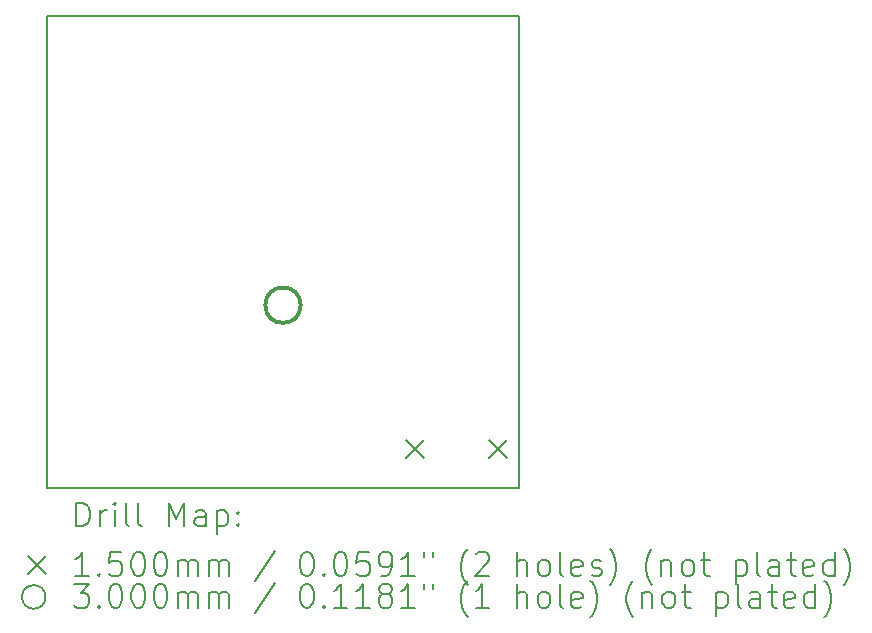
<source format=gbr>
%TF.GenerationSoftware,KiCad,Pcbnew,9.0.2*%
%TF.CreationDate,2025-07-09T02:38:07-04:00*%
%TF.ProjectId,FBT,4642542e-6b69-4636-9164-5f7063625858,rev?*%
%TF.SameCoordinates,Original*%
%TF.FileFunction,Drillmap*%
%TF.FilePolarity,Positive*%
%FSLAX45Y45*%
G04 Gerber Fmt 4.5, Leading zero omitted, Abs format (unit mm)*
G04 Created by KiCad (PCBNEW 9.0.2) date 2025-07-09 02:38:07*
%MOMM*%
%LPD*%
G01*
G04 APERTURE LIST*
%ADD10C,0.200000*%
%ADD11C,0.150000*%
%ADD12C,0.300000*%
G04 APERTURE END LIST*
D10*
X13000000Y-5000000D02*
X17000000Y-5000000D01*
X17000000Y-9000000D01*
X13000000Y-9000000D01*
X13000000Y-5000000D01*
D11*
X16045500Y-8595000D02*
X16195500Y-8745000D01*
X16195500Y-8595000D02*
X16045500Y-8745000D01*
X16745500Y-8595000D02*
X16895500Y-8745000D01*
X16895500Y-8595000D02*
X16745500Y-8745000D01*
D12*
X15150000Y-7450000D02*
G75*
G02*
X14850000Y-7450000I-150000J0D01*
G01*
X14850000Y-7450000D02*
G75*
G02*
X15150000Y-7450000I150000J0D01*
G01*
D10*
X13250777Y-9321484D02*
X13250777Y-9121484D01*
X13250777Y-9121484D02*
X13298396Y-9121484D01*
X13298396Y-9121484D02*
X13326967Y-9131008D01*
X13326967Y-9131008D02*
X13346015Y-9150055D01*
X13346015Y-9150055D02*
X13355539Y-9169103D01*
X13355539Y-9169103D02*
X13365062Y-9207198D01*
X13365062Y-9207198D02*
X13365062Y-9235770D01*
X13365062Y-9235770D02*
X13355539Y-9273865D01*
X13355539Y-9273865D02*
X13346015Y-9292912D01*
X13346015Y-9292912D02*
X13326967Y-9311960D01*
X13326967Y-9311960D02*
X13298396Y-9321484D01*
X13298396Y-9321484D02*
X13250777Y-9321484D01*
X13450777Y-9321484D02*
X13450777Y-9188150D01*
X13450777Y-9226246D02*
X13460301Y-9207198D01*
X13460301Y-9207198D02*
X13469824Y-9197674D01*
X13469824Y-9197674D02*
X13488872Y-9188150D01*
X13488872Y-9188150D02*
X13507920Y-9188150D01*
X13574586Y-9321484D02*
X13574586Y-9188150D01*
X13574586Y-9121484D02*
X13565062Y-9131008D01*
X13565062Y-9131008D02*
X13574586Y-9140531D01*
X13574586Y-9140531D02*
X13584110Y-9131008D01*
X13584110Y-9131008D02*
X13574586Y-9121484D01*
X13574586Y-9121484D02*
X13574586Y-9140531D01*
X13698396Y-9321484D02*
X13679348Y-9311960D01*
X13679348Y-9311960D02*
X13669824Y-9292912D01*
X13669824Y-9292912D02*
X13669824Y-9121484D01*
X13803158Y-9321484D02*
X13784110Y-9311960D01*
X13784110Y-9311960D02*
X13774586Y-9292912D01*
X13774586Y-9292912D02*
X13774586Y-9121484D01*
X14031729Y-9321484D02*
X14031729Y-9121484D01*
X14031729Y-9121484D02*
X14098396Y-9264341D01*
X14098396Y-9264341D02*
X14165062Y-9121484D01*
X14165062Y-9121484D02*
X14165062Y-9321484D01*
X14346015Y-9321484D02*
X14346015Y-9216722D01*
X14346015Y-9216722D02*
X14336491Y-9197674D01*
X14336491Y-9197674D02*
X14317443Y-9188150D01*
X14317443Y-9188150D02*
X14279348Y-9188150D01*
X14279348Y-9188150D02*
X14260301Y-9197674D01*
X14346015Y-9311960D02*
X14326967Y-9321484D01*
X14326967Y-9321484D02*
X14279348Y-9321484D01*
X14279348Y-9321484D02*
X14260301Y-9311960D01*
X14260301Y-9311960D02*
X14250777Y-9292912D01*
X14250777Y-9292912D02*
X14250777Y-9273865D01*
X14250777Y-9273865D02*
X14260301Y-9254817D01*
X14260301Y-9254817D02*
X14279348Y-9245293D01*
X14279348Y-9245293D02*
X14326967Y-9245293D01*
X14326967Y-9245293D02*
X14346015Y-9235770D01*
X14441253Y-9188150D02*
X14441253Y-9388150D01*
X14441253Y-9197674D02*
X14460301Y-9188150D01*
X14460301Y-9188150D02*
X14498396Y-9188150D01*
X14498396Y-9188150D02*
X14517443Y-9197674D01*
X14517443Y-9197674D02*
X14526967Y-9207198D01*
X14526967Y-9207198D02*
X14536491Y-9226246D01*
X14536491Y-9226246D02*
X14536491Y-9283389D01*
X14536491Y-9283389D02*
X14526967Y-9302436D01*
X14526967Y-9302436D02*
X14517443Y-9311960D01*
X14517443Y-9311960D02*
X14498396Y-9321484D01*
X14498396Y-9321484D02*
X14460301Y-9321484D01*
X14460301Y-9321484D02*
X14441253Y-9311960D01*
X14622205Y-9302436D02*
X14631729Y-9311960D01*
X14631729Y-9311960D02*
X14622205Y-9321484D01*
X14622205Y-9321484D02*
X14612682Y-9311960D01*
X14612682Y-9311960D02*
X14622205Y-9302436D01*
X14622205Y-9302436D02*
X14622205Y-9321484D01*
X14622205Y-9197674D02*
X14631729Y-9207198D01*
X14631729Y-9207198D02*
X14622205Y-9216722D01*
X14622205Y-9216722D02*
X14612682Y-9207198D01*
X14612682Y-9207198D02*
X14622205Y-9197674D01*
X14622205Y-9197674D02*
X14622205Y-9216722D01*
D11*
X12840000Y-9575000D02*
X12990000Y-9725000D01*
X12990000Y-9575000D02*
X12840000Y-9725000D01*
D10*
X13355539Y-9741484D02*
X13241253Y-9741484D01*
X13298396Y-9741484D02*
X13298396Y-9541484D01*
X13298396Y-9541484D02*
X13279348Y-9570055D01*
X13279348Y-9570055D02*
X13260301Y-9589103D01*
X13260301Y-9589103D02*
X13241253Y-9598627D01*
X13441253Y-9722436D02*
X13450777Y-9731960D01*
X13450777Y-9731960D02*
X13441253Y-9741484D01*
X13441253Y-9741484D02*
X13431729Y-9731960D01*
X13431729Y-9731960D02*
X13441253Y-9722436D01*
X13441253Y-9722436D02*
X13441253Y-9741484D01*
X13631729Y-9541484D02*
X13536491Y-9541484D01*
X13536491Y-9541484D02*
X13526967Y-9636722D01*
X13526967Y-9636722D02*
X13536491Y-9627198D01*
X13536491Y-9627198D02*
X13555539Y-9617674D01*
X13555539Y-9617674D02*
X13603158Y-9617674D01*
X13603158Y-9617674D02*
X13622205Y-9627198D01*
X13622205Y-9627198D02*
X13631729Y-9636722D01*
X13631729Y-9636722D02*
X13641253Y-9655770D01*
X13641253Y-9655770D02*
X13641253Y-9703389D01*
X13641253Y-9703389D02*
X13631729Y-9722436D01*
X13631729Y-9722436D02*
X13622205Y-9731960D01*
X13622205Y-9731960D02*
X13603158Y-9741484D01*
X13603158Y-9741484D02*
X13555539Y-9741484D01*
X13555539Y-9741484D02*
X13536491Y-9731960D01*
X13536491Y-9731960D02*
X13526967Y-9722436D01*
X13765062Y-9541484D02*
X13784110Y-9541484D01*
X13784110Y-9541484D02*
X13803158Y-9551008D01*
X13803158Y-9551008D02*
X13812682Y-9560531D01*
X13812682Y-9560531D02*
X13822205Y-9579579D01*
X13822205Y-9579579D02*
X13831729Y-9617674D01*
X13831729Y-9617674D02*
X13831729Y-9665293D01*
X13831729Y-9665293D02*
X13822205Y-9703389D01*
X13822205Y-9703389D02*
X13812682Y-9722436D01*
X13812682Y-9722436D02*
X13803158Y-9731960D01*
X13803158Y-9731960D02*
X13784110Y-9741484D01*
X13784110Y-9741484D02*
X13765062Y-9741484D01*
X13765062Y-9741484D02*
X13746015Y-9731960D01*
X13746015Y-9731960D02*
X13736491Y-9722436D01*
X13736491Y-9722436D02*
X13726967Y-9703389D01*
X13726967Y-9703389D02*
X13717443Y-9665293D01*
X13717443Y-9665293D02*
X13717443Y-9617674D01*
X13717443Y-9617674D02*
X13726967Y-9579579D01*
X13726967Y-9579579D02*
X13736491Y-9560531D01*
X13736491Y-9560531D02*
X13746015Y-9551008D01*
X13746015Y-9551008D02*
X13765062Y-9541484D01*
X13955539Y-9541484D02*
X13974586Y-9541484D01*
X13974586Y-9541484D02*
X13993634Y-9551008D01*
X13993634Y-9551008D02*
X14003158Y-9560531D01*
X14003158Y-9560531D02*
X14012682Y-9579579D01*
X14012682Y-9579579D02*
X14022205Y-9617674D01*
X14022205Y-9617674D02*
X14022205Y-9665293D01*
X14022205Y-9665293D02*
X14012682Y-9703389D01*
X14012682Y-9703389D02*
X14003158Y-9722436D01*
X14003158Y-9722436D02*
X13993634Y-9731960D01*
X13993634Y-9731960D02*
X13974586Y-9741484D01*
X13974586Y-9741484D02*
X13955539Y-9741484D01*
X13955539Y-9741484D02*
X13936491Y-9731960D01*
X13936491Y-9731960D02*
X13926967Y-9722436D01*
X13926967Y-9722436D02*
X13917443Y-9703389D01*
X13917443Y-9703389D02*
X13907920Y-9665293D01*
X13907920Y-9665293D02*
X13907920Y-9617674D01*
X13907920Y-9617674D02*
X13917443Y-9579579D01*
X13917443Y-9579579D02*
X13926967Y-9560531D01*
X13926967Y-9560531D02*
X13936491Y-9551008D01*
X13936491Y-9551008D02*
X13955539Y-9541484D01*
X14107920Y-9741484D02*
X14107920Y-9608150D01*
X14107920Y-9627198D02*
X14117443Y-9617674D01*
X14117443Y-9617674D02*
X14136491Y-9608150D01*
X14136491Y-9608150D02*
X14165063Y-9608150D01*
X14165063Y-9608150D02*
X14184110Y-9617674D01*
X14184110Y-9617674D02*
X14193634Y-9636722D01*
X14193634Y-9636722D02*
X14193634Y-9741484D01*
X14193634Y-9636722D02*
X14203158Y-9617674D01*
X14203158Y-9617674D02*
X14222205Y-9608150D01*
X14222205Y-9608150D02*
X14250777Y-9608150D01*
X14250777Y-9608150D02*
X14269824Y-9617674D01*
X14269824Y-9617674D02*
X14279348Y-9636722D01*
X14279348Y-9636722D02*
X14279348Y-9741484D01*
X14374586Y-9741484D02*
X14374586Y-9608150D01*
X14374586Y-9627198D02*
X14384110Y-9617674D01*
X14384110Y-9617674D02*
X14403158Y-9608150D01*
X14403158Y-9608150D02*
X14431729Y-9608150D01*
X14431729Y-9608150D02*
X14450777Y-9617674D01*
X14450777Y-9617674D02*
X14460301Y-9636722D01*
X14460301Y-9636722D02*
X14460301Y-9741484D01*
X14460301Y-9636722D02*
X14469824Y-9617674D01*
X14469824Y-9617674D02*
X14488872Y-9608150D01*
X14488872Y-9608150D02*
X14517443Y-9608150D01*
X14517443Y-9608150D02*
X14536491Y-9617674D01*
X14536491Y-9617674D02*
X14546015Y-9636722D01*
X14546015Y-9636722D02*
X14546015Y-9741484D01*
X14936491Y-9531960D02*
X14765063Y-9789103D01*
X15193634Y-9541484D02*
X15212682Y-9541484D01*
X15212682Y-9541484D02*
X15231729Y-9551008D01*
X15231729Y-9551008D02*
X15241253Y-9560531D01*
X15241253Y-9560531D02*
X15250777Y-9579579D01*
X15250777Y-9579579D02*
X15260301Y-9617674D01*
X15260301Y-9617674D02*
X15260301Y-9665293D01*
X15260301Y-9665293D02*
X15250777Y-9703389D01*
X15250777Y-9703389D02*
X15241253Y-9722436D01*
X15241253Y-9722436D02*
X15231729Y-9731960D01*
X15231729Y-9731960D02*
X15212682Y-9741484D01*
X15212682Y-9741484D02*
X15193634Y-9741484D01*
X15193634Y-9741484D02*
X15174586Y-9731960D01*
X15174586Y-9731960D02*
X15165063Y-9722436D01*
X15165063Y-9722436D02*
X15155539Y-9703389D01*
X15155539Y-9703389D02*
X15146015Y-9665293D01*
X15146015Y-9665293D02*
X15146015Y-9617674D01*
X15146015Y-9617674D02*
X15155539Y-9579579D01*
X15155539Y-9579579D02*
X15165063Y-9560531D01*
X15165063Y-9560531D02*
X15174586Y-9551008D01*
X15174586Y-9551008D02*
X15193634Y-9541484D01*
X15346015Y-9722436D02*
X15355539Y-9731960D01*
X15355539Y-9731960D02*
X15346015Y-9741484D01*
X15346015Y-9741484D02*
X15336491Y-9731960D01*
X15336491Y-9731960D02*
X15346015Y-9722436D01*
X15346015Y-9722436D02*
X15346015Y-9741484D01*
X15479348Y-9541484D02*
X15498396Y-9541484D01*
X15498396Y-9541484D02*
X15517444Y-9551008D01*
X15517444Y-9551008D02*
X15526967Y-9560531D01*
X15526967Y-9560531D02*
X15536491Y-9579579D01*
X15536491Y-9579579D02*
X15546015Y-9617674D01*
X15546015Y-9617674D02*
X15546015Y-9665293D01*
X15546015Y-9665293D02*
X15536491Y-9703389D01*
X15536491Y-9703389D02*
X15526967Y-9722436D01*
X15526967Y-9722436D02*
X15517444Y-9731960D01*
X15517444Y-9731960D02*
X15498396Y-9741484D01*
X15498396Y-9741484D02*
X15479348Y-9741484D01*
X15479348Y-9741484D02*
X15460301Y-9731960D01*
X15460301Y-9731960D02*
X15450777Y-9722436D01*
X15450777Y-9722436D02*
X15441253Y-9703389D01*
X15441253Y-9703389D02*
X15431729Y-9665293D01*
X15431729Y-9665293D02*
X15431729Y-9617674D01*
X15431729Y-9617674D02*
X15441253Y-9579579D01*
X15441253Y-9579579D02*
X15450777Y-9560531D01*
X15450777Y-9560531D02*
X15460301Y-9551008D01*
X15460301Y-9551008D02*
X15479348Y-9541484D01*
X15726967Y-9541484D02*
X15631729Y-9541484D01*
X15631729Y-9541484D02*
X15622206Y-9636722D01*
X15622206Y-9636722D02*
X15631729Y-9627198D01*
X15631729Y-9627198D02*
X15650777Y-9617674D01*
X15650777Y-9617674D02*
X15698396Y-9617674D01*
X15698396Y-9617674D02*
X15717444Y-9627198D01*
X15717444Y-9627198D02*
X15726967Y-9636722D01*
X15726967Y-9636722D02*
X15736491Y-9655770D01*
X15736491Y-9655770D02*
X15736491Y-9703389D01*
X15736491Y-9703389D02*
X15726967Y-9722436D01*
X15726967Y-9722436D02*
X15717444Y-9731960D01*
X15717444Y-9731960D02*
X15698396Y-9741484D01*
X15698396Y-9741484D02*
X15650777Y-9741484D01*
X15650777Y-9741484D02*
X15631729Y-9731960D01*
X15631729Y-9731960D02*
X15622206Y-9722436D01*
X15831729Y-9741484D02*
X15869825Y-9741484D01*
X15869825Y-9741484D02*
X15888872Y-9731960D01*
X15888872Y-9731960D02*
X15898396Y-9722436D01*
X15898396Y-9722436D02*
X15917444Y-9693865D01*
X15917444Y-9693865D02*
X15926967Y-9655770D01*
X15926967Y-9655770D02*
X15926967Y-9579579D01*
X15926967Y-9579579D02*
X15917444Y-9560531D01*
X15917444Y-9560531D02*
X15907920Y-9551008D01*
X15907920Y-9551008D02*
X15888872Y-9541484D01*
X15888872Y-9541484D02*
X15850777Y-9541484D01*
X15850777Y-9541484D02*
X15831729Y-9551008D01*
X15831729Y-9551008D02*
X15822206Y-9560531D01*
X15822206Y-9560531D02*
X15812682Y-9579579D01*
X15812682Y-9579579D02*
X15812682Y-9627198D01*
X15812682Y-9627198D02*
X15822206Y-9646246D01*
X15822206Y-9646246D02*
X15831729Y-9655770D01*
X15831729Y-9655770D02*
X15850777Y-9665293D01*
X15850777Y-9665293D02*
X15888872Y-9665293D01*
X15888872Y-9665293D02*
X15907920Y-9655770D01*
X15907920Y-9655770D02*
X15917444Y-9646246D01*
X15917444Y-9646246D02*
X15926967Y-9627198D01*
X16117444Y-9741484D02*
X16003158Y-9741484D01*
X16060301Y-9741484D02*
X16060301Y-9541484D01*
X16060301Y-9541484D02*
X16041253Y-9570055D01*
X16041253Y-9570055D02*
X16022206Y-9589103D01*
X16022206Y-9589103D02*
X16003158Y-9598627D01*
X16193634Y-9541484D02*
X16193634Y-9579579D01*
X16269825Y-9541484D02*
X16269825Y-9579579D01*
X16565063Y-9817674D02*
X16555539Y-9808150D01*
X16555539Y-9808150D02*
X16536491Y-9779579D01*
X16536491Y-9779579D02*
X16526968Y-9760531D01*
X16526968Y-9760531D02*
X16517444Y-9731960D01*
X16517444Y-9731960D02*
X16507920Y-9684341D01*
X16507920Y-9684341D02*
X16507920Y-9646246D01*
X16507920Y-9646246D02*
X16517444Y-9598627D01*
X16517444Y-9598627D02*
X16526968Y-9570055D01*
X16526968Y-9570055D02*
X16536491Y-9551008D01*
X16536491Y-9551008D02*
X16555539Y-9522436D01*
X16555539Y-9522436D02*
X16565063Y-9512912D01*
X16631729Y-9560531D02*
X16641253Y-9551008D01*
X16641253Y-9551008D02*
X16660301Y-9541484D01*
X16660301Y-9541484D02*
X16707920Y-9541484D01*
X16707920Y-9541484D02*
X16726968Y-9551008D01*
X16726968Y-9551008D02*
X16736491Y-9560531D01*
X16736491Y-9560531D02*
X16746015Y-9579579D01*
X16746015Y-9579579D02*
X16746015Y-9598627D01*
X16746015Y-9598627D02*
X16736491Y-9627198D01*
X16736491Y-9627198D02*
X16622206Y-9741484D01*
X16622206Y-9741484D02*
X16746015Y-9741484D01*
X16984111Y-9741484D02*
X16984111Y-9541484D01*
X17069825Y-9741484D02*
X17069825Y-9636722D01*
X17069825Y-9636722D02*
X17060301Y-9617674D01*
X17060301Y-9617674D02*
X17041253Y-9608150D01*
X17041253Y-9608150D02*
X17012682Y-9608150D01*
X17012682Y-9608150D02*
X16993634Y-9617674D01*
X16993634Y-9617674D02*
X16984111Y-9627198D01*
X17193634Y-9741484D02*
X17174587Y-9731960D01*
X17174587Y-9731960D02*
X17165063Y-9722436D01*
X17165063Y-9722436D02*
X17155539Y-9703389D01*
X17155539Y-9703389D02*
X17155539Y-9646246D01*
X17155539Y-9646246D02*
X17165063Y-9627198D01*
X17165063Y-9627198D02*
X17174587Y-9617674D01*
X17174587Y-9617674D02*
X17193634Y-9608150D01*
X17193634Y-9608150D02*
X17222206Y-9608150D01*
X17222206Y-9608150D02*
X17241253Y-9617674D01*
X17241253Y-9617674D02*
X17250777Y-9627198D01*
X17250777Y-9627198D02*
X17260301Y-9646246D01*
X17260301Y-9646246D02*
X17260301Y-9703389D01*
X17260301Y-9703389D02*
X17250777Y-9722436D01*
X17250777Y-9722436D02*
X17241253Y-9731960D01*
X17241253Y-9731960D02*
X17222206Y-9741484D01*
X17222206Y-9741484D02*
X17193634Y-9741484D01*
X17374587Y-9741484D02*
X17355539Y-9731960D01*
X17355539Y-9731960D02*
X17346015Y-9712912D01*
X17346015Y-9712912D02*
X17346015Y-9541484D01*
X17526968Y-9731960D02*
X17507920Y-9741484D01*
X17507920Y-9741484D02*
X17469825Y-9741484D01*
X17469825Y-9741484D02*
X17450777Y-9731960D01*
X17450777Y-9731960D02*
X17441253Y-9712912D01*
X17441253Y-9712912D02*
X17441253Y-9636722D01*
X17441253Y-9636722D02*
X17450777Y-9617674D01*
X17450777Y-9617674D02*
X17469825Y-9608150D01*
X17469825Y-9608150D02*
X17507920Y-9608150D01*
X17507920Y-9608150D02*
X17526968Y-9617674D01*
X17526968Y-9617674D02*
X17536492Y-9636722D01*
X17536492Y-9636722D02*
X17536492Y-9655770D01*
X17536492Y-9655770D02*
X17441253Y-9674817D01*
X17612682Y-9731960D02*
X17631730Y-9741484D01*
X17631730Y-9741484D02*
X17669825Y-9741484D01*
X17669825Y-9741484D02*
X17688873Y-9731960D01*
X17688873Y-9731960D02*
X17698396Y-9712912D01*
X17698396Y-9712912D02*
X17698396Y-9703389D01*
X17698396Y-9703389D02*
X17688873Y-9684341D01*
X17688873Y-9684341D02*
X17669825Y-9674817D01*
X17669825Y-9674817D02*
X17641253Y-9674817D01*
X17641253Y-9674817D02*
X17622206Y-9665293D01*
X17622206Y-9665293D02*
X17612682Y-9646246D01*
X17612682Y-9646246D02*
X17612682Y-9636722D01*
X17612682Y-9636722D02*
X17622206Y-9617674D01*
X17622206Y-9617674D02*
X17641253Y-9608150D01*
X17641253Y-9608150D02*
X17669825Y-9608150D01*
X17669825Y-9608150D02*
X17688873Y-9617674D01*
X17765063Y-9817674D02*
X17774587Y-9808150D01*
X17774587Y-9808150D02*
X17793634Y-9779579D01*
X17793634Y-9779579D02*
X17803158Y-9760531D01*
X17803158Y-9760531D02*
X17812682Y-9731960D01*
X17812682Y-9731960D02*
X17822206Y-9684341D01*
X17822206Y-9684341D02*
X17822206Y-9646246D01*
X17822206Y-9646246D02*
X17812682Y-9598627D01*
X17812682Y-9598627D02*
X17803158Y-9570055D01*
X17803158Y-9570055D02*
X17793634Y-9551008D01*
X17793634Y-9551008D02*
X17774587Y-9522436D01*
X17774587Y-9522436D02*
X17765063Y-9512912D01*
X18126968Y-9817674D02*
X18117444Y-9808150D01*
X18117444Y-9808150D02*
X18098396Y-9779579D01*
X18098396Y-9779579D02*
X18088873Y-9760531D01*
X18088873Y-9760531D02*
X18079349Y-9731960D01*
X18079349Y-9731960D02*
X18069825Y-9684341D01*
X18069825Y-9684341D02*
X18069825Y-9646246D01*
X18069825Y-9646246D02*
X18079349Y-9598627D01*
X18079349Y-9598627D02*
X18088873Y-9570055D01*
X18088873Y-9570055D02*
X18098396Y-9551008D01*
X18098396Y-9551008D02*
X18117444Y-9522436D01*
X18117444Y-9522436D02*
X18126968Y-9512912D01*
X18203158Y-9608150D02*
X18203158Y-9741484D01*
X18203158Y-9627198D02*
X18212682Y-9617674D01*
X18212682Y-9617674D02*
X18231730Y-9608150D01*
X18231730Y-9608150D02*
X18260301Y-9608150D01*
X18260301Y-9608150D02*
X18279349Y-9617674D01*
X18279349Y-9617674D02*
X18288873Y-9636722D01*
X18288873Y-9636722D02*
X18288873Y-9741484D01*
X18412682Y-9741484D02*
X18393634Y-9731960D01*
X18393634Y-9731960D02*
X18384111Y-9722436D01*
X18384111Y-9722436D02*
X18374587Y-9703389D01*
X18374587Y-9703389D02*
X18374587Y-9646246D01*
X18374587Y-9646246D02*
X18384111Y-9627198D01*
X18384111Y-9627198D02*
X18393634Y-9617674D01*
X18393634Y-9617674D02*
X18412682Y-9608150D01*
X18412682Y-9608150D02*
X18441254Y-9608150D01*
X18441254Y-9608150D02*
X18460301Y-9617674D01*
X18460301Y-9617674D02*
X18469825Y-9627198D01*
X18469825Y-9627198D02*
X18479349Y-9646246D01*
X18479349Y-9646246D02*
X18479349Y-9703389D01*
X18479349Y-9703389D02*
X18469825Y-9722436D01*
X18469825Y-9722436D02*
X18460301Y-9731960D01*
X18460301Y-9731960D02*
X18441254Y-9741484D01*
X18441254Y-9741484D02*
X18412682Y-9741484D01*
X18536492Y-9608150D02*
X18612682Y-9608150D01*
X18565063Y-9541484D02*
X18565063Y-9712912D01*
X18565063Y-9712912D02*
X18574587Y-9731960D01*
X18574587Y-9731960D02*
X18593634Y-9741484D01*
X18593634Y-9741484D02*
X18612682Y-9741484D01*
X18831730Y-9608150D02*
X18831730Y-9808150D01*
X18831730Y-9617674D02*
X18850777Y-9608150D01*
X18850777Y-9608150D02*
X18888873Y-9608150D01*
X18888873Y-9608150D02*
X18907920Y-9617674D01*
X18907920Y-9617674D02*
X18917444Y-9627198D01*
X18917444Y-9627198D02*
X18926968Y-9646246D01*
X18926968Y-9646246D02*
X18926968Y-9703389D01*
X18926968Y-9703389D02*
X18917444Y-9722436D01*
X18917444Y-9722436D02*
X18907920Y-9731960D01*
X18907920Y-9731960D02*
X18888873Y-9741484D01*
X18888873Y-9741484D02*
X18850777Y-9741484D01*
X18850777Y-9741484D02*
X18831730Y-9731960D01*
X19041254Y-9741484D02*
X19022206Y-9731960D01*
X19022206Y-9731960D02*
X19012682Y-9712912D01*
X19012682Y-9712912D02*
X19012682Y-9541484D01*
X19203158Y-9741484D02*
X19203158Y-9636722D01*
X19203158Y-9636722D02*
X19193635Y-9617674D01*
X19193635Y-9617674D02*
X19174587Y-9608150D01*
X19174587Y-9608150D02*
X19136492Y-9608150D01*
X19136492Y-9608150D02*
X19117444Y-9617674D01*
X19203158Y-9731960D02*
X19184111Y-9741484D01*
X19184111Y-9741484D02*
X19136492Y-9741484D01*
X19136492Y-9741484D02*
X19117444Y-9731960D01*
X19117444Y-9731960D02*
X19107920Y-9712912D01*
X19107920Y-9712912D02*
X19107920Y-9693865D01*
X19107920Y-9693865D02*
X19117444Y-9674817D01*
X19117444Y-9674817D02*
X19136492Y-9665293D01*
X19136492Y-9665293D02*
X19184111Y-9665293D01*
X19184111Y-9665293D02*
X19203158Y-9655770D01*
X19269825Y-9608150D02*
X19346015Y-9608150D01*
X19298396Y-9541484D02*
X19298396Y-9712912D01*
X19298396Y-9712912D02*
X19307920Y-9731960D01*
X19307920Y-9731960D02*
X19326968Y-9741484D01*
X19326968Y-9741484D02*
X19346015Y-9741484D01*
X19488873Y-9731960D02*
X19469825Y-9741484D01*
X19469825Y-9741484D02*
X19431730Y-9741484D01*
X19431730Y-9741484D02*
X19412682Y-9731960D01*
X19412682Y-9731960D02*
X19403158Y-9712912D01*
X19403158Y-9712912D02*
X19403158Y-9636722D01*
X19403158Y-9636722D02*
X19412682Y-9617674D01*
X19412682Y-9617674D02*
X19431730Y-9608150D01*
X19431730Y-9608150D02*
X19469825Y-9608150D01*
X19469825Y-9608150D02*
X19488873Y-9617674D01*
X19488873Y-9617674D02*
X19498396Y-9636722D01*
X19498396Y-9636722D02*
X19498396Y-9655770D01*
X19498396Y-9655770D02*
X19403158Y-9674817D01*
X19669825Y-9741484D02*
X19669825Y-9541484D01*
X19669825Y-9731960D02*
X19650777Y-9741484D01*
X19650777Y-9741484D02*
X19612682Y-9741484D01*
X19612682Y-9741484D02*
X19593635Y-9731960D01*
X19593635Y-9731960D02*
X19584111Y-9722436D01*
X19584111Y-9722436D02*
X19574587Y-9703389D01*
X19574587Y-9703389D02*
X19574587Y-9646246D01*
X19574587Y-9646246D02*
X19584111Y-9627198D01*
X19584111Y-9627198D02*
X19593635Y-9617674D01*
X19593635Y-9617674D02*
X19612682Y-9608150D01*
X19612682Y-9608150D02*
X19650777Y-9608150D01*
X19650777Y-9608150D02*
X19669825Y-9617674D01*
X19746016Y-9817674D02*
X19755539Y-9808150D01*
X19755539Y-9808150D02*
X19774587Y-9779579D01*
X19774587Y-9779579D02*
X19784111Y-9760531D01*
X19784111Y-9760531D02*
X19793635Y-9731960D01*
X19793635Y-9731960D02*
X19803158Y-9684341D01*
X19803158Y-9684341D02*
X19803158Y-9646246D01*
X19803158Y-9646246D02*
X19793635Y-9598627D01*
X19793635Y-9598627D02*
X19784111Y-9570055D01*
X19784111Y-9570055D02*
X19774587Y-9551008D01*
X19774587Y-9551008D02*
X19755539Y-9522436D01*
X19755539Y-9522436D02*
X19746016Y-9512912D01*
X12990000Y-9920000D02*
G75*
G02*
X12790000Y-9920000I-100000J0D01*
G01*
X12790000Y-9920000D02*
G75*
G02*
X12990000Y-9920000I100000J0D01*
G01*
X13231729Y-9811484D02*
X13355539Y-9811484D01*
X13355539Y-9811484D02*
X13288872Y-9887674D01*
X13288872Y-9887674D02*
X13317443Y-9887674D01*
X13317443Y-9887674D02*
X13336491Y-9897198D01*
X13336491Y-9897198D02*
X13346015Y-9906722D01*
X13346015Y-9906722D02*
X13355539Y-9925770D01*
X13355539Y-9925770D02*
X13355539Y-9973389D01*
X13355539Y-9973389D02*
X13346015Y-9992436D01*
X13346015Y-9992436D02*
X13336491Y-10001960D01*
X13336491Y-10001960D02*
X13317443Y-10011484D01*
X13317443Y-10011484D02*
X13260301Y-10011484D01*
X13260301Y-10011484D02*
X13241253Y-10001960D01*
X13241253Y-10001960D02*
X13231729Y-9992436D01*
X13441253Y-9992436D02*
X13450777Y-10001960D01*
X13450777Y-10001960D02*
X13441253Y-10011484D01*
X13441253Y-10011484D02*
X13431729Y-10001960D01*
X13431729Y-10001960D02*
X13441253Y-9992436D01*
X13441253Y-9992436D02*
X13441253Y-10011484D01*
X13574586Y-9811484D02*
X13593634Y-9811484D01*
X13593634Y-9811484D02*
X13612682Y-9821008D01*
X13612682Y-9821008D02*
X13622205Y-9830531D01*
X13622205Y-9830531D02*
X13631729Y-9849579D01*
X13631729Y-9849579D02*
X13641253Y-9887674D01*
X13641253Y-9887674D02*
X13641253Y-9935293D01*
X13641253Y-9935293D02*
X13631729Y-9973389D01*
X13631729Y-9973389D02*
X13622205Y-9992436D01*
X13622205Y-9992436D02*
X13612682Y-10001960D01*
X13612682Y-10001960D02*
X13593634Y-10011484D01*
X13593634Y-10011484D02*
X13574586Y-10011484D01*
X13574586Y-10011484D02*
X13555539Y-10001960D01*
X13555539Y-10001960D02*
X13546015Y-9992436D01*
X13546015Y-9992436D02*
X13536491Y-9973389D01*
X13536491Y-9973389D02*
X13526967Y-9935293D01*
X13526967Y-9935293D02*
X13526967Y-9887674D01*
X13526967Y-9887674D02*
X13536491Y-9849579D01*
X13536491Y-9849579D02*
X13546015Y-9830531D01*
X13546015Y-9830531D02*
X13555539Y-9821008D01*
X13555539Y-9821008D02*
X13574586Y-9811484D01*
X13765062Y-9811484D02*
X13784110Y-9811484D01*
X13784110Y-9811484D02*
X13803158Y-9821008D01*
X13803158Y-9821008D02*
X13812682Y-9830531D01*
X13812682Y-9830531D02*
X13822205Y-9849579D01*
X13822205Y-9849579D02*
X13831729Y-9887674D01*
X13831729Y-9887674D02*
X13831729Y-9935293D01*
X13831729Y-9935293D02*
X13822205Y-9973389D01*
X13822205Y-9973389D02*
X13812682Y-9992436D01*
X13812682Y-9992436D02*
X13803158Y-10001960D01*
X13803158Y-10001960D02*
X13784110Y-10011484D01*
X13784110Y-10011484D02*
X13765062Y-10011484D01*
X13765062Y-10011484D02*
X13746015Y-10001960D01*
X13746015Y-10001960D02*
X13736491Y-9992436D01*
X13736491Y-9992436D02*
X13726967Y-9973389D01*
X13726967Y-9973389D02*
X13717443Y-9935293D01*
X13717443Y-9935293D02*
X13717443Y-9887674D01*
X13717443Y-9887674D02*
X13726967Y-9849579D01*
X13726967Y-9849579D02*
X13736491Y-9830531D01*
X13736491Y-9830531D02*
X13746015Y-9821008D01*
X13746015Y-9821008D02*
X13765062Y-9811484D01*
X13955539Y-9811484D02*
X13974586Y-9811484D01*
X13974586Y-9811484D02*
X13993634Y-9821008D01*
X13993634Y-9821008D02*
X14003158Y-9830531D01*
X14003158Y-9830531D02*
X14012682Y-9849579D01*
X14012682Y-9849579D02*
X14022205Y-9887674D01*
X14022205Y-9887674D02*
X14022205Y-9935293D01*
X14022205Y-9935293D02*
X14012682Y-9973389D01*
X14012682Y-9973389D02*
X14003158Y-9992436D01*
X14003158Y-9992436D02*
X13993634Y-10001960D01*
X13993634Y-10001960D02*
X13974586Y-10011484D01*
X13974586Y-10011484D02*
X13955539Y-10011484D01*
X13955539Y-10011484D02*
X13936491Y-10001960D01*
X13936491Y-10001960D02*
X13926967Y-9992436D01*
X13926967Y-9992436D02*
X13917443Y-9973389D01*
X13917443Y-9973389D02*
X13907920Y-9935293D01*
X13907920Y-9935293D02*
X13907920Y-9887674D01*
X13907920Y-9887674D02*
X13917443Y-9849579D01*
X13917443Y-9849579D02*
X13926967Y-9830531D01*
X13926967Y-9830531D02*
X13936491Y-9821008D01*
X13936491Y-9821008D02*
X13955539Y-9811484D01*
X14107920Y-10011484D02*
X14107920Y-9878150D01*
X14107920Y-9897198D02*
X14117443Y-9887674D01*
X14117443Y-9887674D02*
X14136491Y-9878150D01*
X14136491Y-9878150D02*
X14165063Y-9878150D01*
X14165063Y-9878150D02*
X14184110Y-9887674D01*
X14184110Y-9887674D02*
X14193634Y-9906722D01*
X14193634Y-9906722D02*
X14193634Y-10011484D01*
X14193634Y-9906722D02*
X14203158Y-9887674D01*
X14203158Y-9887674D02*
X14222205Y-9878150D01*
X14222205Y-9878150D02*
X14250777Y-9878150D01*
X14250777Y-9878150D02*
X14269824Y-9887674D01*
X14269824Y-9887674D02*
X14279348Y-9906722D01*
X14279348Y-9906722D02*
X14279348Y-10011484D01*
X14374586Y-10011484D02*
X14374586Y-9878150D01*
X14374586Y-9897198D02*
X14384110Y-9887674D01*
X14384110Y-9887674D02*
X14403158Y-9878150D01*
X14403158Y-9878150D02*
X14431729Y-9878150D01*
X14431729Y-9878150D02*
X14450777Y-9887674D01*
X14450777Y-9887674D02*
X14460301Y-9906722D01*
X14460301Y-9906722D02*
X14460301Y-10011484D01*
X14460301Y-9906722D02*
X14469824Y-9887674D01*
X14469824Y-9887674D02*
X14488872Y-9878150D01*
X14488872Y-9878150D02*
X14517443Y-9878150D01*
X14517443Y-9878150D02*
X14536491Y-9887674D01*
X14536491Y-9887674D02*
X14546015Y-9906722D01*
X14546015Y-9906722D02*
X14546015Y-10011484D01*
X14936491Y-9801960D02*
X14765063Y-10059103D01*
X15193634Y-9811484D02*
X15212682Y-9811484D01*
X15212682Y-9811484D02*
X15231729Y-9821008D01*
X15231729Y-9821008D02*
X15241253Y-9830531D01*
X15241253Y-9830531D02*
X15250777Y-9849579D01*
X15250777Y-9849579D02*
X15260301Y-9887674D01*
X15260301Y-9887674D02*
X15260301Y-9935293D01*
X15260301Y-9935293D02*
X15250777Y-9973389D01*
X15250777Y-9973389D02*
X15241253Y-9992436D01*
X15241253Y-9992436D02*
X15231729Y-10001960D01*
X15231729Y-10001960D02*
X15212682Y-10011484D01*
X15212682Y-10011484D02*
X15193634Y-10011484D01*
X15193634Y-10011484D02*
X15174586Y-10001960D01*
X15174586Y-10001960D02*
X15165063Y-9992436D01*
X15165063Y-9992436D02*
X15155539Y-9973389D01*
X15155539Y-9973389D02*
X15146015Y-9935293D01*
X15146015Y-9935293D02*
X15146015Y-9887674D01*
X15146015Y-9887674D02*
X15155539Y-9849579D01*
X15155539Y-9849579D02*
X15165063Y-9830531D01*
X15165063Y-9830531D02*
X15174586Y-9821008D01*
X15174586Y-9821008D02*
X15193634Y-9811484D01*
X15346015Y-9992436D02*
X15355539Y-10001960D01*
X15355539Y-10001960D02*
X15346015Y-10011484D01*
X15346015Y-10011484D02*
X15336491Y-10001960D01*
X15336491Y-10001960D02*
X15346015Y-9992436D01*
X15346015Y-9992436D02*
X15346015Y-10011484D01*
X15546015Y-10011484D02*
X15431729Y-10011484D01*
X15488872Y-10011484D02*
X15488872Y-9811484D01*
X15488872Y-9811484D02*
X15469825Y-9840055D01*
X15469825Y-9840055D02*
X15450777Y-9859103D01*
X15450777Y-9859103D02*
X15431729Y-9868627D01*
X15736491Y-10011484D02*
X15622206Y-10011484D01*
X15679348Y-10011484D02*
X15679348Y-9811484D01*
X15679348Y-9811484D02*
X15660301Y-9840055D01*
X15660301Y-9840055D02*
X15641253Y-9859103D01*
X15641253Y-9859103D02*
X15622206Y-9868627D01*
X15850777Y-9897198D02*
X15831729Y-9887674D01*
X15831729Y-9887674D02*
X15822206Y-9878150D01*
X15822206Y-9878150D02*
X15812682Y-9859103D01*
X15812682Y-9859103D02*
X15812682Y-9849579D01*
X15812682Y-9849579D02*
X15822206Y-9830531D01*
X15822206Y-9830531D02*
X15831729Y-9821008D01*
X15831729Y-9821008D02*
X15850777Y-9811484D01*
X15850777Y-9811484D02*
X15888872Y-9811484D01*
X15888872Y-9811484D02*
X15907920Y-9821008D01*
X15907920Y-9821008D02*
X15917444Y-9830531D01*
X15917444Y-9830531D02*
X15926967Y-9849579D01*
X15926967Y-9849579D02*
X15926967Y-9859103D01*
X15926967Y-9859103D02*
X15917444Y-9878150D01*
X15917444Y-9878150D02*
X15907920Y-9887674D01*
X15907920Y-9887674D02*
X15888872Y-9897198D01*
X15888872Y-9897198D02*
X15850777Y-9897198D01*
X15850777Y-9897198D02*
X15831729Y-9906722D01*
X15831729Y-9906722D02*
X15822206Y-9916246D01*
X15822206Y-9916246D02*
X15812682Y-9935293D01*
X15812682Y-9935293D02*
X15812682Y-9973389D01*
X15812682Y-9973389D02*
X15822206Y-9992436D01*
X15822206Y-9992436D02*
X15831729Y-10001960D01*
X15831729Y-10001960D02*
X15850777Y-10011484D01*
X15850777Y-10011484D02*
X15888872Y-10011484D01*
X15888872Y-10011484D02*
X15907920Y-10001960D01*
X15907920Y-10001960D02*
X15917444Y-9992436D01*
X15917444Y-9992436D02*
X15926967Y-9973389D01*
X15926967Y-9973389D02*
X15926967Y-9935293D01*
X15926967Y-9935293D02*
X15917444Y-9916246D01*
X15917444Y-9916246D02*
X15907920Y-9906722D01*
X15907920Y-9906722D02*
X15888872Y-9897198D01*
X16117444Y-10011484D02*
X16003158Y-10011484D01*
X16060301Y-10011484D02*
X16060301Y-9811484D01*
X16060301Y-9811484D02*
X16041253Y-9840055D01*
X16041253Y-9840055D02*
X16022206Y-9859103D01*
X16022206Y-9859103D02*
X16003158Y-9868627D01*
X16193634Y-9811484D02*
X16193634Y-9849579D01*
X16269825Y-9811484D02*
X16269825Y-9849579D01*
X16565063Y-10087674D02*
X16555539Y-10078150D01*
X16555539Y-10078150D02*
X16536491Y-10049579D01*
X16536491Y-10049579D02*
X16526968Y-10030531D01*
X16526968Y-10030531D02*
X16517444Y-10001960D01*
X16517444Y-10001960D02*
X16507920Y-9954341D01*
X16507920Y-9954341D02*
X16507920Y-9916246D01*
X16507920Y-9916246D02*
X16517444Y-9868627D01*
X16517444Y-9868627D02*
X16526968Y-9840055D01*
X16526968Y-9840055D02*
X16536491Y-9821008D01*
X16536491Y-9821008D02*
X16555539Y-9792436D01*
X16555539Y-9792436D02*
X16565063Y-9782912D01*
X16746015Y-10011484D02*
X16631729Y-10011484D01*
X16688872Y-10011484D02*
X16688872Y-9811484D01*
X16688872Y-9811484D02*
X16669825Y-9840055D01*
X16669825Y-9840055D02*
X16650777Y-9859103D01*
X16650777Y-9859103D02*
X16631729Y-9868627D01*
X16984111Y-10011484D02*
X16984111Y-9811484D01*
X17069825Y-10011484D02*
X17069825Y-9906722D01*
X17069825Y-9906722D02*
X17060301Y-9887674D01*
X17060301Y-9887674D02*
X17041253Y-9878150D01*
X17041253Y-9878150D02*
X17012682Y-9878150D01*
X17012682Y-9878150D02*
X16993634Y-9887674D01*
X16993634Y-9887674D02*
X16984111Y-9897198D01*
X17193634Y-10011484D02*
X17174587Y-10001960D01*
X17174587Y-10001960D02*
X17165063Y-9992436D01*
X17165063Y-9992436D02*
X17155539Y-9973389D01*
X17155539Y-9973389D02*
X17155539Y-9916246D01*
X17155539Y-9916246D02*
X17165063Y-9897198D01*
X17165063Y-9897198D02*
X17174587Y-9887674D01*
X17174587Y-9887674D02*
X17193634Y-9878150D01*
X17193634Y-9878150D02*
X17222206Y-9878150D01*
X17222206Y-9878150D02*
X17241253Y-9887674D01*
X17241253Y-9887674D02*
X17250777Y-9897198D01*
X17250777Y-9897198D02*
X17260301Y-9916246D01*
X17260301Y-9916246D02*
X17260301Y-9973389D01*
X17260301Y-9973389D02*
X17250777Y-9992436D01*
X17250777Y-9992436D02*
X17241253Y-10001960D01*
X17241253Y-10001960D02*
X17222206Y-10011484D01*
X17222206Y-10011484D02*
X17193634Y-10011484D01*
X17374587Y-10011484D02*
X17355539Y-10001960D01*
X17355539Y-10001960D02*
X17346015Y-9982912D01*
X17346015Y-9982912D02*
X17346015Y-9811484D01*
X17526968Y-10001960D02*
X17507920Y-10011484D01*
X17507920Y-10011484D02*
X17469825Y-10011484D01*
X17469825Y-10011484D02*
X17450777Y-10001960D01*
X17450777Y-10001960D02*
X17441253Y-9982912D01*
X17441253Y-9982912D02*
X17441253Y-9906722D01*
X17441253Y-9906722D02*
X17450777Y-9887674D01*
X17450777Y-9887674D02*
X17469825Y-9878150D01*
X17469825Y-9878150D02*
X17507920Y-9878150D01*
X17507920Y-9878150D02*
X17526968Y-9887674D01*
X17526968Y-9887674D02*
X17536492Y-9906722D01*
X17536492Y-9906722D02*
X17536492Y-9925770D01*
X17536492Y-9925770D02*
X17441253Y-9944817D01*
X17603158Y-10087674D02*
X17612682Y-10078150D01*
X17612682Y-10078150D02*
X17631730Y-10049579D01*
X17631730Y-10049579D02*
X17641253Y-10030531D01*
X17641253Y-10030531D02*
X17650777Y-10001960D01*
X17650777Y-10001960D02*
X17660301Y-9954341D01*
X17660301Y-9954341D02*
X17660301Y-9916246D01*
X17660301Y-9916246D02*
X17650777Y-9868627D01*
X17650777Y-9868627D02*
X17641253Y-9840055D01*
X17641253Y-9840055D02*
X17631730Y-9821008D01*
X17631730Y-9821008D02*
X17612682Y-9792436D01*
X17612682Y-9792436D02*
X17603158Y-9782912D01*
X17965063Y-10087674D02*
X17955539Y-10078150D01*
X17955539Y-10078150D02*
X17936492Y-10049579D01*
X17936492Y-10049579D02*
X17926968Y-10030531D01*
X17926968Y-10030531D02*
X17917444Y-10001960D01*
X17917444Y-10001960D02*
X17907920Y-9954341D01*
X17907920Y-9954341D02*
X17907920Y-9916246D01*
X17907920Y-9916246D02*
X17917444Y-9868627D01*
X17917444Y-9868627D02*
X17926968Y-9840055D01*
X17926968Y-9840055D02*
X17936492Y-9821008D01*
X17936492Y-9821008D02*
X17955539Y-9792436D01*
X17955539Y-9792436D02*
X17965063Y-9782912D01*
X18041253Y-9878150D02*
X18041253Y-10011484D01*
X18041253Y-9897198D02*
X18050777Y-9887674D01*
X18050777Y-9887674D02*
X18069825Y-9878150D01*
X18069825Y-9878150D02*
X18098396Y-9878150D01*
X18098396Y-9878150D02*
X18117444Y-9887674D01*
X18117444Y-9887674D02*
X18126968Y-9906722D01*
X18126968Y-9906722D02*
X18126968Y-10011484D01*
X18250777Y-10011484D02*
X18231730Y-10001960D01*
X18231730Y-10001960D02*
X18222206Y-9992436D01*
X18222206Y-9992436D02*
X18212682Y-9973389D01*
X18212682Y-9973389D02*
X18212682Y-9916246D01*
X18212682Y-9916246D02*
X18222206Y-9897198D01*
X18222206Y-9897198D02*
X18231730Y-9887674D01*
X18231730Y-9887674D02*
X18250777Y-9878150D01*
X18250777Y-9878150D02*
X18279349Y-9878150D01*
X18279349Y-9878150D02*
X18298396Y-9887674D01*
X18298396Y-9887674D02*
X18307920Y-9897198D01*
X18307920Y-9897198D02*
X18317444Y-9916246D01*
X18317444Y-9916246D02*
X18317444Y-9973389D01*
X18317444Y-9973389D02*
X18307920Y-9992436D01*
X18307920Y-9992436D02*
X18298396Y-10001960D01*
X18298396Y-10001960D02*
X18279349Y-10011484D01*
X18279349Y-10011484D02*
X18250777Y-10011484D01*
X18374587Y-9878150D02*
X18450777Y-9878150D01*
X18403158Y-9811484D02*
X18403158Y-9982912D01*
X18403158Y-9982912D02*
X18412682Y-10001960D01*
X18412682Y-10001960D02*
X18431730Y-10011484D01*
X18431730Y-10011484D02*
X18450777Y-10011484D01*
X18669825Y-9878150D02*
X18669825Y-10078150D01*
X18669825Y-9887674D02*
X18688873Y-9878150D01*
X18688873Y-9878150D02*
X18726968Y-9878150D01*
X18726968Y-9878150D02*
X18746015Y-9887674D01*
X18746015Y-9887674D02*
X18755539Y-9897198D01*
X18755539Y-9897198D02*
X18765063Y-9916246D01*
X18765063Y-9916246D02*
X18765063Y-9973389D01*
X18765063Y-9973389D02*
X18755539Y-9992436D01*
X18755539Y-9992436D02*
X18746015Y-10001960D01*
X18746015Y-10001960D02*
X18726968Y-10011484D01*
X18726968Y-10011484D02*
X18688873Y-10011484D01*
X18688873Y-10011484D02*
X18669825Y-10001960D01*
X18879349Y-10011484D02*
X18860301Y-10001960D01*
X18860301Y-10001960D02*
X18850777Y-9982912D01*
X18850777Y-9982912D02*
X18850777Y-9811484D01*
X19041254Y-10011484D02*
X19041254Y-9906722D01*
X19041254Y-9906722D02*
X19031730Y-9887674D01*
X19031730Y-9887674D02*
X19012682Y-9878150D01*
X19012682Y-9878150D02*
X18974587Y-9878150D01*
X18974587Y-9878150D02*
X18955539Y-9887674D01*
X19041254Y-10001960D02*
X19022206Y-10011484D01*
X19022206Y-10011484D02*
X18974587Y-10011484D01*
X18974587Y-10011484D02*
X18955539Y-10001960D01*
X18955539Y-10001960D02*
X18946015Y-9982912D01*
X18946015Y-9982912D02*
X18946015Y-9963865D01*
X18946015Y-9963865D02*
X18955539Y-9944817D01*
X18955539Y-9944817D02*
X18974587Y-9935293D01*
X18974587Y-9935293D02*
X19022206Y-9935293D01*
X19022206Y-9935293D02*
X19041254Y-9925770D01*
X19107920Y-9878150D02*
X19184111Y-9878150D01*
X19136492Y-9811484D02*
X19136492Y-9982912D01*
X19136492Y-9982912D02*
X19146015Y-10001960D01*
X19146015Y-10001960D02*
X19165063Y-10011484D01*
X19165063Y-10011484D02*
X19184111Y-10011484D01*
X19326968Y-10001960D02*
X19307920Y-10011484D01*
X19307920Y-10011484D02*
X19269825Y-10011484D01*
X19269825Y-10011484D02*
X19250777Y-10001960D01*
X19250777Y-10001960D02*
X19241254Y-9982912D01*
X19241254Y-9982912D02*
X19241254Y-9906722D01*
X19241254Y-9906722D02*
X19250777Y-9887674D01*
X19250777Y-9887674D02*
X19269825Y-9878150D01*
X19269825Y-9878150D02*
X19307920Y-9878150D01*
X19307920Y-9878150D02*
X19326968Y-9887674D01*
X19326968Y-9887674D02*
X19336492Y-9906722D01*
X19336492Y-9906722D02*
X19336492Y-9925770D01*
X19336492Y-9925770D02*
X19241254Y-9944817D01*
X19507920Y-10011484D02*
X19507920Y-9811484D01*
X19507920Y-10001960D02*
X19488873Y-10011484D01*
X19488873Y-10011484D02*
X19450777Y-10011484D01*
X19450777Y-10011484D02*
X19431730Y-10001960D01*
X19431730Y-10001960D02*
X19422206Y-9992436D01*
X19422206Y-9992436D02*
X19412682Y-9973389D01*
X19412682Y-9973389D02*
X19412682Y-9916246D01*
X19412682Y-9916246D02*
X19422206Y-9897198D01*
X19422206Y-9897198D02*
X19431730Y-9887674D01*
X19431730Y-9887674D02*
X19450777Y-9878150D01*
X19450777Y-9878150D02*
X19488873Y-9878150D01*
X19488873Y-9878150D02*
X19507920Y-9887674D01*
X19584111Y-10087674D02*
X19593635Y-10078150D01*
X19593635Y-10078150D02*
X19612682Y-10049579D01*
X19612682Y-10049579D02*
X19622206Y-10030531D01*
X19622206Y-10030531D02*
X19631730Y-10001960D01*
X19631730Y-10001960D02*
X19641254Y-9954341D01*
X19641254Y-9954341D02*
X19641254Y-9916246D01*
X19641254Y-9916246D02*
X19631730Y-9868627D01*
X19631730Y-9868627D02*
X19622206Y-9840055D01*
X19622206Y-9840055D02*
X19612682Y-9821008D01*
X19612682Y-9821008D02*
X19593635Y-9792436D01*
X19593635Y-9792436D02*
X19584111Y-9782912D01*
M02*

</source>
